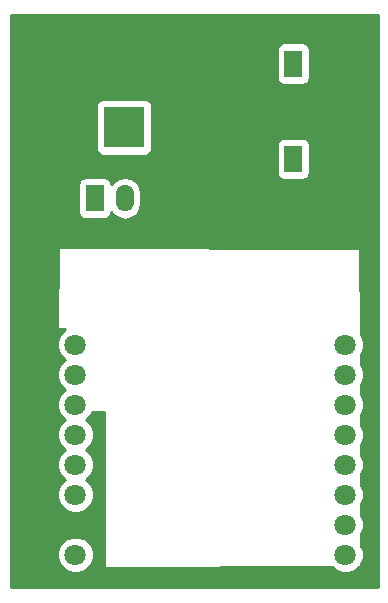
<source format=gbl>
G04 #@! TF.FileFunction,Copper,L2,Bot,Signal*
%FSLAX46Y46*%
G04 Gerber Fmt 4.6, Leading zero omitted, Abs format (unit mm)*
G04 Created by KiCad (PCBNEW (2016-10-14 revision fc07716)-master) date Sat Nov 26 20:43:01 2016*
%MOMM*%
%LPD*%
G01*
G04 APERTURE LIST*
%ADD10C,0.100000*%
%ADD11C,1.800000*%
%ADD12R,3.500120X3.500120*%
%ADD13O,1.524000X2.286000*%
%ADD14R,1.524000X2.286000*%
%ADD15C,0.254000*%
G04 APERTURE END LIST*
D10*
D11*
X134300000Y-90350000D03*
X134300000Y-92890000D03*
X134300000Y-95430000D03*
X134300000Y-97970000D03*
X134300000Y-100510000D03*
X134300000Y-103050000D03*
X134300000Y-105590000D03*
X134300000Y-108130000D03*
X111440000Y-108130000D03*
X111440000Y-105590000D03*
X111440000Y-103050000D03*
X111440000Y-100510000D03*
X111440000Y-97970000D03*
X111440000Y-95430000D03*
X111440000Y-92890000D03*
X111440000Y-90350000D03*
D12*
X115550000Y-71949480D03*
X115550000Y-65950000D03*
X110851000Y-68949740D03*
D13*
X115620000Y-77950000D03*
D14*
X113080000Y-77950000D03*
X129880000Y-66550000D03*
D13*
X132420000Y-66550000D03*
X132420000Y-74600000D03*
D14*
X129880000Y-74600000D03*
D15*
G36*
X137040000Y-110873000D02*
X105960000Y-110873000D01*
X105960000Y-108433991D01*
X109904735Y-108433991D01*
X110137932Y-108998371D01*
X110569357Y-109430551D01*
X111133330Y-109664733D01*
X111743991Y-109665265D01*
X112308371Y-109432068D01*
X112740551Y-109000643D01*
X112974733Y-108436670D01*
X112975265Y-107826009D01*
X112742068Y-107261629D01*
X112310643Y-106829449D01*
X111746670Y-106595267D01*
X111136009Y-106594735D01*
X110571629Y-106827932D01*
X110139449Y-107259357D01*
X109905267Y-107823330D01*
X109904735Y-108433991D01*
X105960000Y-108433991D01*
X105960000Y-88898573D01*
X109848008Y-88898573D01*
X109856088Y-88944598D01*
X109882207Y-88986709D01*
X109922452Y-89015619D01*
X109970697Y-89026927D01*
X110573048Y-89047346D01*
X110571629Y-89047932D01*
X110139449Y-89479357D01*
X109905267Y-90043330D01*
X109904735Y-90653991D01*
X110137932Y-91218371D01*
X110539182Y-91620323D01*
X110139449Y-92019357D01*
X109905267Y-92583330D01*
X109904735Y-93193991D01*
X110137932Y-93758371D01*
X110539182Y-94160323D01*
X110139449Y-94559357D01*
X109905267Y-95123330D01*
X109904735Y-95733991D01*
X110137932Y-96298371D01*
X110539182Y-96700323D01*
X110139449Y-97099357D01*
X109905267Y-97663330D01*
X109904735Y-98273991D01*
X110137932Y-98838371D01*
X110539182Y-99240323D01*
X110139449Y-99639357D01*
X109905267Y-100203330D01*
X109904735Y-100813991D01*
X110137932Y-101378371D01*
X110539182Y-101780323D01*
X110139449Y-102179357D01*
X109905267Y-102743330D01*
X109904735Y-103353991D01*
X110137932Y-103918371D01*
X110569357Y-104350551D01*
X111133330Y-104584733D01*
X111743991Y-104585265D01*
X112308371Y-104352068D01*
X112740551Y-103920643D01*
X112974733Y-103356670D01*
X112975265Y-102746009D01*
X112742068Y-102181629D01*
X112340818Y-101779677D01*
X112740551Y-101380643D01*
X112974733Y-100816670D01*
X112975265Y-100206009D01*
X112742068Y-99641629D01*
X112340818Y-99239677D01*
X112740551Y-98840643D01*
X112974733Y-98276670D01*
X112975265Y-97666009D01*
X112742068Y-97101629D01*
X112340818Y-96699677D01*
X112740551Y-96300643D01*
X112854177Y-96027000D01*
X113848000Y-96027000D01*
X113848000Y-109100000D01*
X113857780Y-109148873D01*
X113885406Y-109190011D01*
X113926672Y-109217445D01*
X113975295Y-109227000D01*
X133181677Y-109182438D01*
X133429357Y-109430551D01*
X133993330Y-109664733D01*
X134603991Y-109665265D01*
X135168371Y-109432068D01*
X135423649Y-109177236D01*
X135525295Y-109177000D01*
X135574039Y-109167150D01*
X135615137Y-109139467D01*
X135642513Y-109098162D01*
X135651999Y-109049526D01*
X135651359Y-108878283D01*
X135834733Y-108436670D01*
X135835265Y-107826009D01*
X135645716Y-107367265D01*
X135641958Y-106360925D01*
X135834733Y-105896670D01*
X135835265Y-105286009D01*
X135636143Y-104804097D01*
X135632556Y-103843567D01*
X135834733Y-103356670D01*
X135835265Y-102746009D01*
X135626570Y-102240929D01*
X135623154Y-101326210D01*
X135834733Y-100816670D01*
X135835265Y-100206009D01*
X135616997Y-99677760D01*
X135613752Y-98808852D01*
X135834733Y-98276670D01*
X135835265Y-97666009D01*
X135607424Y-97114592D01*
X135604350Y-96291494D01*
X135834733Y-95736670D01*
X135835265Y-95126009D01*
X135602068Y-94561629D01*
X135597874Y-94557427D01*
X135594919Y-93766265D01*
X135600551Y-93760643D01*
X135834733Y-93196670D01*
X135835265Y-92586009D01*
X135602068Y-92021629D01*
X135588351Y-92007888D01*
X135585467Y-91235700D01*
X135600551Y-91220643D01*
X135834733Y-90656670D01*
X135835265Y-90046009D01*
X135602068Y-89481629D01*
X135578829Y-89458350D01*
X135551999Y-82274526D01*
X135542429Y-82226632D01*
X135514981Y-82185376D01*
X135473834Y-82157764D01*
X135425252Y-82148000D01*
X110225252Y-82098000D01*
X110050000Y-82098000D01*
X110002721Y-82107129D01*
X109961212Y-82134194D01*
X109933221Y-82175084D01*
X109923008Y-82223573D01*
X109848008Y-88898573D01*
X105960000Y-88898573D01*
X105960000Y-76807000D01*
X111670560Y-76807000D01*
X111670560Y-79093000D01*
X111719843Y-79340765D01*
X111860191Y-79550809D01*
X112070235Y-79691157D01*
X112318000Y-79740440D01*
X113842000Y-79740440D01*
X114089765Y-79691157D01*
X114299809Y-79550809D01*
X114440157Y-79340765D01*
X114482228Y-79129255D01*
X114632172Y-79353661D01*
X115085391Y-79656493D01*
X115620000Y-79762833D01*
X116154609Y-79656493D01*
X116607828Y-79353661D01*
X116910660Y-78900442D01*
X117017000Y-78365833D01*
X117017000Y-77534167D01*
X116910660Y-76999558D01*
X116607828Y-76546339D01*
X116154609Y-76243507D01*
X115620000Y-76137167D01*
X115085391Y-76243507D01*
X114632172Y-76546339D01*
X114482228Y-76770745D01*
X114440157Y-76559235D01*
X114299809Y-76349191D01*
X114089765Y-76208843D01*
X113842000Y-76159560D01*
X112318000Y-76159560D01*
X112070235Y-76208843D01*
X111860191Y-76349191D01*
X111719843Y-76559235D01*
X111670560Y-76807000D01*
X105960000Y-76807000D01*
X105960000Y-70199420D01*
X113152500Y-70199420D01*
X113152500Y-73699540D01*
X113201783Y-73947305D01*
X113342131Y-74157349D01*
X113552175Y-74297697D01*
X113799940Y-74346980D01*
X117300060Y-74346980D01*
X117547825Y-74297697D01*
X117757869Y-74157349D01*
X117898217Y-73947305D01*
X117947500Y-73699540D01*
X117947500Y-73457000D01*
X128470560Y-73457000D01*
X128470560Y-75743000D01*
X128519843Y-75990765D01*
X128660191Y-76200809D01*
X128870235Y-76341157D01*
X129118000Y-76390440D01*
X130642000Y-76390440D01*
X130889765Y-76341157D01*
X131099809Y-76200809D01*
X131240157Y-75990765D01*
X131289440Y-75743000D01*
X131289440Y-73457000D01*
X131240157Y-73209235D01*
X131099809Y-72999191D01*
X130889765Y-72858843D01*
X130642000Y-72809560D01*
X129118000Y-72809560D01*
X128870235Y-72858843D01*
X128660191Y-72999191D01*
X128519843Y-73209235D01*
X128470560Y-73457000D01*
X117947500Y-73457000D01*
X117947500Y-70199420D01*
X117898217Y-69951655D01*
X117757869Y-69741611D01*
X117547825Y-69601263D01*
X117300060Y-69551980D01*
X113799940Y-69551980D01*
X113552175Y-69601263D01*
X113342131Y-69741611D01*
X113201783Y-69951655D01*
X113152500Y-70199420D01*
X105960000Y-70199420D01*
X105960000Y-65407000D01*
X128470560Y-65407000D01*
X128470560Y-67693000D01*
X128519843Y-67940765D01*
X128660191Y-68150809D01*
X128870235Y-68291157D01*
X129118000Y-68340440D01*
X130642000Y-68340440D01*
X130889765Y-68291157D01*
X131099809Y-68150809D01*
X131240157Y-67940765D01*
X131289440Y-67693000D01*
X131289440Y-65407000D01*
X131240157Y-65159235D01*
X131099809Y-64949191D01*
X130889765Y-64808843D01*
X130642000Y-64759560D01*
X129118000Y-64759560D01*
X128870235Y-64808843D01*
X128660191Y-64949191D01*
X128519843Y-65159235D01*
X128470560Y-65407000D01*
X105960000Y-65407000D01*
X105960000Y-62460000D01*
X137040000Y-62460000D01*
X137040000Y-110873000D01*
X137040000Y-110873000D01*
G37*
X137040000Y-110873000D02*
X105960000Y-110873000D01*
X105960000Y-108433991D01*
X109904735Y-108433991D01*
X110137932Y-108998371D01*
X110569357Y-109430551D01*
X111133330Y-109664733D01*
X111743991Y-109665265D01*
X112308371Y-109432068D01*
X112740551Y-109000643D01*
X112974733Y-108436670D01*
X112975265Y-107826009D01*
X112742068Y-107261629D01*
X112310643Y-106829449D01*
X111746670Y-106595267D01*
X111136009Y-106594735D01*
X110571629Y-106827932D01*
X110139449Y-107259357D01*
X109905267Y-107823330D01*
X109904735Y-108433991D01*
X105960000Y-108433991D01*
X105960000Y-88898573D01*
X109848008Y-88898573D01*
X109856088Y-88944598D01*
X109882207Y-88986709D01*
X109922452Y-89015619D01*
X109970697Y-89026927D01*
X110573048Y-89047346D01*
X110571629Y-89047932D01*
X110139449Y-89479357D01*
X109905267Y-90043330D01*
X109904735Y-90653991D01*
X110137932Y-91218371D01*
X110539182Y-91620323D01*
X110139449Y-92019357D01*
X109905267Y-92583330D01*
X109904735Y-93193991D01*
X110137932Y-93758371D01*
X110539182Y-94160323D01*
X110139449Y-94559357D01*
X109905267Y-95123330D01*
X109904735Y-95733991D01*
X110137932Y-96298371D01*
X110539182Y-96700323D01*
X110139449Y-97099357D01*
X109905267Y-97663330D01*
X109904735Y-98273991D01*
X110137932Y-98838371D01*
X110539182Y-99240323D01*
X110139449Y-99639357D01*
X109905267Y-100203330D01*
X109904735Y-100813991D01*
X110137932Y-101378371D01*
X110539182Y-101780323D01*
X110139449Y-102179357D01*
X109905267Y-102743330D01*
X109904735Y-103353991D01*
X110137932Y-103918371D01*
X110569357Y-104350551D01*
X111133330Y-104584733D01*
X111743991Y-104585265D01*
X112308371Y-104352068D01*
X112740551Y-103920643D01*
X112974733Y-103356670D01*
X112975265Y-102746009D01*
X112742068Y-102181629D01*
X112340818Y-101779677D01*
X112740551Y-101380643D01*
X112974733Y-100816670D01*
X112975265Y-100206009D01*
X112742068Y-99641629D01*
X112340818Y-99239677D01*
X112740551Y-98840643D01*
X112974733Y-98276670D01*
X112975265Y-97666009D01*
X112742068Y-97101629D01*
X112340818Y-96699677D01*
X112740551Y-96300643D01*
X112854177Y-96027000D01*
X113848000Y-96027000D01*
X113848000Y-109100000D01*
X113857780Y-109148873D01*
X113885406Y-109190011D01*
X113926672Y-109217445D01*
X113975295Y-109227000D01*
X133181677Y-109182438D01*
X133429357Y-109430551D01*
X133993330Y-109664733D01*
X134603991Y-109665265D01*
X135168371Y-109432068D01*
X135423649Y-109177236D01*
X135525295Y-109177000D01*
X135574039Y-109167150D01*
X135615137Y-109139467D01*
X135642513Y-109098162D01*
X135651999Y-109049526D01*
X135651359Y-108878283D01*
X135834733Y-108436670D01*
X135835265Y-107826009D01*
X135645716Y-107367265D01*
X135641958Y-106360925D01*
X135834733Y-105896670D01*
X135835265Y-105286009D01*
X135636143Y-104804097D01*
X135632556Y-103843567D01*
X135834733Y-103356670D01*
X135835265Y-102746009D01*
X135626570Y-102240929D01*
X135623154Y-101326210D01*
X135834733Y-100816670D01*
X135835265Y-100206009D01*
X135616997Y-99677760D01*
X135613752Y-98808852D01*
X135834733Y-98276670D01*
X135835265Y-97666009D01*
X135607424Y-97114592D01*
X135604350Y-96291494D01*
X135834733Y-95736670D01*
X135835265Y-95126009D01*
X135602068Y-94561629D01*
X135597874Y-94557427D01*
X135594919Y-93766265D01*
X135600551Y-93760643D01*
X135834733Y-93196670D01*
X135835265Y-92586009D01*
X135602068Y-92021629D01*
X135588351Y-92007888D01*
X135585467Y-91235700D01*
X135600551Y-91220643D01*
X135834733Y-90656670D01*
X135835265Y-90046009D01*
X135602068Y-89481629D01*
X135578829Y-89458350D01*
X135551999Y-82274526D01*
X135542429Y-82226632D01*
X135514981Y-82185376D01*
X135473834Y-82157764D01*
X135425252Y-82148000D01*
X110225252Y-82098000D01*
X110050000Y-82098000D01*
X110002721Y-82107129D01*
X109961212Y-82134194D01*
X109933221Y-82175084D01*
X109923008Y-82223573D01*
X109848008Y-88898573D01*
X105960000Y-88898573D01*
X105960000Y-76807000D01*
X111670560Y-76807000D01*
X111670560Y-79093000D01*
X111719843Y-79340765D01*
X111860191Y-79550809D01*
X112070235Y-79691157D01*
X112318000Y-79740440D01*
X113842000Y-79740440D01*
X114089765Y-79691157D01*
X114299809Y-79550809D01*
X114440157Y-79340765D01*
X114482228Y-79129255D01*
X114632172Y-79353661D01*
X115085391Y-79656493D01*
X115620000Y-79762833D01*
X116154609Y-79656493D01*
X116607828Y-79353661D01*
X116910660Y-78900442D01*
X117017000Y-78365833D01*
X117017000Y-77534167D01*
X116910660Y-76999558D01*
X116607828Y-76546339D01*
X116154609Y-76243507D01*
X115620000Y-76137167D01*
X115085391Y-76243507D01*
X114632172Y-76546339D01*
X114482228Y-76770745D01*
X114440157Y-76559235D01*
X114299809Y-76349191D01*
X114089765Y-76208843D01*
X113842000Y-76159560D01*
X112318000Y-76159560D01*
X112070235Y-76208843D01*
X111860191Y-76349191D01*
X111719843Y-76559235D01*
X111670560Y-76807000D01*
X105960000Y-76807000D01*
X105960000Y-70199420D01*
X113152500Y-70199420D01*
X113152500Y-73699540D01*
X113201783Y-73947305D01*
X113342131Y-74157349D01*
X113552175Y-74297697D01*
X113799940Y-74346980D01*
X117300060Y-74346980D01*
X117547825Y-74297697D01*
X117757869Y-74157349D01*
X117898217Y-73947305D01*
X117947500Y-73699540D01*
X117947500Y-73457000D01*
X128470560Y-73457000D01*
X128470560Y-75743000D01*
X128519843Y-75990765D01*
X128660191Y-76200809D01*
X128870235Y-76341157D01*
X129118000Y-76390440D01*
X130642000Y-76390440D01*
X130889765Y-76341157D01*
X131099809Y-76200809D01*
X131240157Y-75990765D01*
X131289440Y-75743000D01*
X131289440Y-73457000D01*
X131240157Y-73209235D01*
X131099809Y-72999191D01*
X130889765Y-72858843D01*
X130642000Y-72809560D01*
X129118000Y-72809560D01*
X128870235Y-72858843D01*
X128660191Y-72999191D01*
X128519843Y-73209235D01*
X128470560Y-73457000D01*
X117947500Y-73457000D01*
X117947500Y-70199420D01*
X117898217Y-69951655D01*
X117757869Y-69741611D01*
X117547825Y-69601263D01*
X117300060Y-69551980D01*
X113799940Y-69551980D01*
X113552175Y-69601263D01*
X113342131Y-69741611D01*
X113201783Y-69951655D01*
X113152500Y-70199420D01*
X105960000Y-70199420D01*
X105960000Y-65407000D01*
X128470560Y-65407000D01*
X128470560Y-67693000D01*
X128519843Y-67940765D01*
X128660191Y-68150809D01*
X128870235Y-68291157D01*
X129118000Y-68340440D01*
X130642000Y-68340440D01*
X130889765Y-68291157D01*
X131099809Y-68150809D01*
X131240157Y-67940765D01*
X131289440Y-67693000D01*
X131289440Y-65407000D01*
X131240157Y-65159235D01*
X131099809Y-64949191D01*
X130889765Y-64808843D01*
X130642000Y-64759560D01*
X129118000Y-64759560D01*
X128870235Y-64808843D01*
X128660191Y-64949191D01*
X128519843Y-65159235D01*
X128470560Y-65407000D01*
X105960000Y-65407000D01*
X105960000Y-62460000D01*
X137040000Y-62460000D01*
X137040000Y-110873000D01*
M02*

</source>
